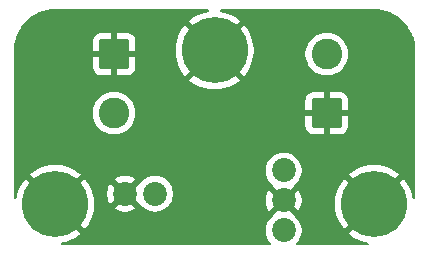
<source format=gbr>
%TF.GenerationSoftware,KiCad,Pcbnew,9.0.0-1.fc41*%
%TF.CreationDate,2025-04-21T01:51:51+02:00*%
%TF.ProjectId,relay_board,72656c61-795f-4626-9f61-72642e6b6963,rev?*%
%TF.SameCoordinates,Original*%
%TF.FileFunction,Copper,L2,Bot*%
%TF.FilePolarity,Positive*%
%FSLAX46Y46*%
G04 Gerber Fmt 4.6, Leading zero omitted, Abs format (unit mm)*
G04 Created by KiCad (PCBNEW 9.0.0-1.fc41) date 2025-04-21 01:51:51*
%MOMM*%
%LPD*%
G01*
G04 APERTURE LIST*
G04 Aperture macros list*
%AMRoundRect*
0 Rectangle with rounded corners*
0 $1 Rounding radius*
0 $2 $3 $4 $5 $6 $7 $8 $9 X,Y pos of 4 corners*
0 Add a 4 corners polygon primitive as box body*
4,1,4,$2,$3,$4,$5,$6,$7,$8,$9,$2,$3,0*
0 Add four circle primitives for the rounded corners*
1,1,$1+$1,$2,$3*
1,1,$1+$1,$4,$5*
1,1,$1+$1,$6,$7*
1,1,$1+$1,$8,$9*
0 Add four rect primitives between the rounded corners*
20,1,$1+$1,$2,$3,$4,$5,0*
20,1,$1+$1,$4,$5,$6,$7,0*
20,1,$1+$1,$6,$7,$8,$9,0*
20,1,$1+$1,$8,$9,$2,$3,0*%
G04 Aperture macros list end*
%TA.AperFunction,ComponentPad*%
%ADD10C,2.020000*%
%TD*%
%TA.AperFunction,ComponentPad*%
%ADD11RoundRect,0.250000X1.050000X-1.050000X1.050000X1.050000X-1.050000X1.050000X-1.050000X-1.050000X0*%
%TD*%
%TA.AperFunction,ComponentPad*%
%ADD12C,2.600000*%
%TD*%
%TA.AperFunction,ComponentPad*%
%ADD13C,5.600000*%
%TD*%
%TA.AperFunction,ComponentPad*%
%ADD14RoundRect,0.250000X-1.050000X1.050000X-1.050000X-1.050000X1.050000X-1.050000X1.050000X1.050000X0*%
%TD*%
%TA.AperFunction,ViaPad*%
%ADD15C,0.600000*%
%TD*%
G04 APERTURE END LIST*
D10*
%TO.P,J2,3*%
%TO.N,/Vcc*%
X153357500Y-82155000D03*
%TO.P,J2,2*%
%TO.N,GND*%
X153357500Y-84695000D03*
%TO.P,J2,1*%
%TO.N,/In*%
X153357500Y-87235000D03*
%TD*%
D11*
%TO.P,J3,1,Pin_1*%
%TO.N,GND*%
X157000000Y-77300000D03*
D12*
%TO.P,J3,2,Pin_2*%
%TO.N,+16V*%
X157000000Y-72300000D03*
%TD*%
D13*
%TO.P,H1,1,1*%
%TO.N,GND*%
X147500000Y-72000000D03*
%TD*%
D14*
%TO.P,J1,1,Pin_1*%
%TO.N,GND*%
X139000000Y-72300000D03*
D12*
%TO.P,J1,2,Pin_2*%
%TO.N,+16V*%
X139000000Y-77300000D03*
%TD*%
D10*
%TO.P,SW1,1*%
%TO.N,GND*%
X139917500Y-84125000D03*
%TO.P,SW1,2*%
%TO.N,/In*%
X142457500Y-84125000D03*
%TD*%
D13*
%TO.P,H2,1,1*%
%TO.N,GND*%
X134000000Y-85000000D03*
%TD*%
%TO.P,H3,1,1*%
%TO.N,GND*%
X161000000Y-85000000D03*
%TD*%
D15*
%TO.N,GND*%
X150800000Y-84600000D03*
X140000000Y-81800000D03*
X139800000Y-86400000D03*
X154000000Y-77400000D03*
X142400000Y-72400000D03*
X163200000Y-77200000D03*
X163000000Y-72000000D03*
X132000000Y-72000000D03*
X132000000Y-80000000D03*
X145000000Y-80000000D03*
X151000000Y-80000000D03*
%TD*%
%TA.AperFunction,Conductor*%
%TO.N,GND*%
G36*
X146985978Y-68520185D02*
G01*
X147031733Y-68572989D01*
X147041677Y-68642147D01*
X147012652Y-68705703D01*
X146953874Y-68743477D01*
X146943130Y-68746117D01*
X146697218Y-68795030D01*
X146697207Y-68795033D01*
X146386921Y-68889157D01*
X146087364Y-69013238D01*
X146087359Y-69013240D01*
X145801419Y-69166079D01*
X145801401Y-69166090D01*
X145531829Y-69346212D01*
X145531815Y-69346222D01*
X145349444Y-69495890D01*
X145349443Y-69495891D01*
X146559301Y-70705748D01*
X146457670Y-70779588D01*
X146279588Y-70957670D01*
X146205748Y-71059301D01*
X144995891Y-69849443D01*
X144995890Y-69849444D01*
X144846222Y-70031815D01*
X144846212Y-70031829D01*
X144666090Y-70301401D01*
X144666079Y-70301419D01*
X144513240Y-70587359D01*
X144513238Y-70587364D01*
X144389157Y-70886921D01*
X144295033Y-71197207D01*
X144295030Y-71197218D01*
X144231782Y-71515198D01*
X144231779Y-71515215D01*
X144200000Y-71837884D01*
X144200000Y-72162115D01*
X144231779Y-72484784D01*
X144231782Y-72484801D01*
X144295030Y-72802781D01*
X144295033Y-72802792D01*
X144389157Y-73113078D01*
X144513238Y-73412635D01*
X144513240Y-73412640D01*
X144666079Y-73698580D01*
X144666090Y-73698598D01*
X144846212Y-73968170D01*
X144846222Y-73968184D01*
X144995890Y-74150554D01*
X144995891Y-74150555D01*
X146205748Y-72940698D01*
X146279588Y-73042330D01*
X146457670Y-73220412D01*
X146559300Y-73294251D01*
X145349443Y-74504107D01*
X145349444Y-74504108D01*
X145531815Y-74653777D01*
X145531829Y-74653787D01*
X145801401Y-74833909D01*
X145801419Y-74833920D01*
X146087359Y-74986759D01*
X146087364Y-74986761D01*
X146386921Y-75110842D01*
X146697207Y-75204966D01*
X146697218Y-75204969D01*
X147015198Y-75268217D01*
X147015215Y-75268220D01*
X147337884Y-75300000D01*
X147662116Y-75300000D01*
X147984784Y-75268220D01*
X147984801Y-75268217D01*
X148302781Y-75204969D01*
X148302792Y-75204966D01*
X148613078Y-75110842D01*
X148912635Y-74986761D01*
X148912640Y-74986759D01*
X149198580Y-74833920D01*
X149198598Y-74833909D01*
X149468170Y-74653787D01*
X149468183Y-74653777D01*
X149650554Y-74504108D01*
X149650554Y-74504107D01*
X148440698Y-73294251D01*
X148542330Y-73220412D01*
X148720412Y-73042330D01*
X148794251Y-72940698D01*
X150004107Y-74150554D01*
X150004108Y-74150554D01*
X150153777Y-73968183D01*
X150153787Y-73968170D01*
X150333909Y-73698598D01*
X150333920Y-73698580D01*
X150486759Y-73412640D01*
X150486761Y-73412635D01*
X150610842Y-73113078D01*
X150704966Y-72802792D01*
X150704969Y-72802781D01*
X150768217Y-72484801D01*
X150768220Y-72484785D01*
X150798042Y-72181995D01*
X155199500Y-72181995D01*
X155199500Y-72418004D01*
X155199501Y-72418020D01*
X155230306Y-72652010D01*
X155291394Y-72879993D01*
X155381714Y-73098045D01*
X155381719Y-73098056D01*
X155452362Y-73220412D01*
X155499727Y-73302450D01*
X155499729Y-73302453D01*
X155499730Y-73302454D01*
X155643406Y-73489697D01*
X155643412Y-73489704D01*
X155810295Y-73656587D01*
X155810302Y-73656593D01*
X155826633Y-73669124D01*
X155997550Y-73800273D01*
X156128918Y-73876118D01*
X156201943Y-73918280D01*
X156201948Y-73918282D01*
X156201951Y-73918284D01*
X156420007Y-74008606D01*
X156647986Y-74069693D01*
X156881989Y-74100500D01*
X156881996Y-74100500D01*
X157118004Y-74100500D01*
X157118011Y-74100500D01*
X157352014Y-74069693D01*
X157579993Y-74008606D01*
X157798049Y-73918284D01*
X158002450Y-73800273D01*
X158189699Y-73656592D01*
X158356592Y-73489699D01*
X158500273Y-73302450D01*
X158618284Y-73098049D01*
X158708606Y-72879993D01*
X158769693Y-72652014D01*
X158800500Y-72418011D01*
X158800500Y-72181989D01*
X158769693Y-71947986D01*
X158708606Y-71720007D01*
X158618284Y-71501951D01*
X158618282Y-71501948D01*
X158618280Y-71501943D01*
X158566355Y-71412007D01*
X158500273Y-71297550D01*
X158356592Y-71110301D01*
X158356587Y-71110295D01*
X158189704Y-70943412D01*
X158189697Y-70943406D01*
X158002454Y-70799730D01*
X158002453Y-70799729D01*
X158002450Y-70799727D01*
X157920957Y-70752677D01*
X157798056Y-70681719D01*
X157798045Y-70681714D01*
X157579993Y-70591394D01*
X157352010Y-70530306D01*
X157118020Y-70499501D01*
X157118017Y-70499500D01*
X157118011Y-70499500D01*
X156881989Y-70499500D01*
X156881983Y-70499500D01*
X156881979Y-70499501D01*
X156647989Y-70530306D01*
X156420006Y-70591394D01*
X156201954Y-70681714D01*
X156201943Y-70681719D01*
X155997545Y-70799730D01*
X155810302Y-70943406D01*
X155810295Y-70943412D01*
X155643412Y-71110295D01*
X155643406Y-71110302D01*
X155499730Y-71297545D01*
X155381719Y-71501943D01*
X155381714Y-71501954D01*
X155291394Y-71720006D01*
X155230306Y-71947989D01*
X155199501Y-72181979D01*
X155199500Y-72181995D01*
X150798042Y-72181995D01*
X150799639Y-72165776D01*
X150799640Y-72165771D01*
X150799640Y-72165767D01*
X150800000Y-72162114D01*
X150800000Y-71837884D01*
X150768220Y-71515215D01*
X150768217Y-71515198D01*
X150704969Y-71197218D01*
X150704966Y-71197207D01*
X150610842Y-70886921D01*
X150486761Y-70587364D01*
X150486759Y-70587359D01*
X150333920Y-70301419D01*
X150333909Y-70301401D01*
X150153787Y-70031829D01*
X150153777Y-70031815D01*
X150004108Y-69849444D01*
X150004107Y-69849443D01*
X148794250Y-71059300D01*
X148720412Y-70957670D01*
X148542330Y-70779588D01*
X148440697Y-70705747D01*
X149650555Y-69495891D01*
X149650554Y-69495890D01*
X149468184Y-69346222D01*
X149468170Y-69346212D01*
X149198598Y-69166090D01*
X149198580Y-69166079D01*
X148912640Y-69013240D01*
X148912635Y-69013238D01*
X148613078Y-68889157D01*
X148302792Y-68795033D01*
X148302781Y-68795030D01*
X148056870Y-68746117D01*
X147994959Y-68713733D01*
X147960385Y-68653017D01*
X147964124Y-68583247D01*
X148004990Y-68526575D01*
X148070008Y-68500994D01*
X148081061Y-68500500D01*
X160934108Y-68500500D01*
X160996949Y-68500500D01*
X161003032Y-68500648D01*
X161336929Y-68517052D01*
X161349037Y-68518245D01*
X161362116Y-68520185D01*
X161676699Y-68566849D01*
X161688617Y-68569219D01*
X162009951Y-68649709D01*
X162021588Y-68653240D01*
X162092806Y-68678722D01*
X162333467Y-68764832D01*
X162344688Y-68769479D01*
X162644163Y-68911120D01*
X162654871Y-68916844D01*
X162815698Y-69013240D01*
X162938988Y-69087137D01*
X162949106Y-69093897D01*
X163215170Y-69291224D01*
X163224576Y-69298944D01*
X163470013Y-69521395D01*
X163478604Y-69529986D01*
X163665755Y-69736475D01*
X163701055Y-69775423D01*
X163708775Y-69784829D01*
X163906102Y-70050893D01*
X163912862Y-70061011D01*
X164041776Y-70276092D01*
X164083148Y-70345116D01*
X164088883Y-70355844D01*
X164198381Y-70587359D01*
X164230514Y-70655297D01*
X164235170Y-70666540D01*
X164346759Y-70978411D01*
X164350292Y-70990055D01*
X164430777Y-71311369D01*
X164433151Y-71323305D01*
X164481754Y-71650962D01*
X164482947Y-71663071D01*
X164499351Y-71996966D01*
X164499500Y-72003051D01*
X164499500Y-84418939D01*
X164479815Y-84485978D01*
X164427011Y-84531733D01*
X164357853Y-84541677D01*
X164294297Y-84512652D01*
X164256523Y-84453874D01*
X164253883Y-84443130D01*
X164204969Y-84197218D01*
X164204966Y-84197207D01*
X164110842Y-83886921D01*
X163986761Y-83587364D01*
X163986759Y-83587359D01*
X163833920Y-83301419D01*
X163833909Y-83301401D01*
X163653787Y-83031829D01*
X163653777Y-83031815D01*
X163504108Y-82849444D01*
X163504107Y-82849443D01*
X162294251Y-84059300D01*
X162220412Y-83957670D01*
X162042330Y-83779588D01*
X161940697Y-83705747D01*
X163150555Y-82495891D01*
X163150554Y-82495890D01*
X162968184Y-82346222D01*
X162968170Y-82346212D01*
X162698598Y-82166090D01*
X162698580Y-82166079D01*
X162412640Y-82013240D01*
X162412635Y-82013238D01*
X162113078Y-81889157D01*
X161802792Y-81795033D01*
X161802781Y-81795030D01*
X161484801Y-81731782D01*
X161484784Y-81731779D01*
X161162116Y-81700000D01*
X160837884Y-81700000D01*
X160515215Y-81731779D01*
X160515198Y-81731782D01*
X160197218Y-81795030D01*
X160197207Y-81795033D01*
X159886921Y-81889157D01*
X159587364Y-82013238D01*
X159587359Y-82013240D01*
X159301419Y-82166079D01*
X159301401Y-82166090D01*
X159031829Y-82346212D01*
X159031815Y-82346222D01*
X158849444Y-82495890D01*
X158849443Y-82495891D01*
X160059301Y-83705748D01*
X159957670Y-83779588D01*
X159779588Y-83957670D01*
X159705748Y-84059301D01*
X158495891Y-82849443D01*
X158495890Y-82849444D01*
X158346222Y-83031815D01*
X158346212Y-83031829D01*
X158166090Y-83301401D01*
X158166079Y-83301419D01*
X158013240Y-83587359D01*
X158013238Y-83587364D01*
X157889157Y-83886921D01*
X157795033Y-84197207D01*
X157795030Y-84197218D01*
X157731782Y-84515198D01*
X157731779Y-84515215D01*
X157700000Y-84837884D01*
X157700000Y-85162115D01*
X157731779Y-85484784D01*
X157731782Y-85484801D01*
X157795030Y-85802781D01*
X157795033Y-85802792D01*
X157889157Y-86113078D01*
X158013238Y-86412635D01*
X158013240Y-86412640D01*
X158166079Y-86698580D01*
X158166090Y-86698598D01*
X158346212Y-86968170D01*
X158346222Y-86968184D01*
X158495890Y-87150554D01*
X158495891Y-87150555D01*
X159705748Y-85940698D01*
X159779588Y-86042330D01*
X159957670Y-86220412D01*
X160059300Y-86294251D01*
X158849443Y-87504107D01*
X158849444Y-87504108D01*
X159031815Y-87653777D01*
X159031829Y-87653787D01*
X159301401Y-87833909D01*
X159301419Y-87833920D01*
X159587359Y-87986759D01*
X159587364Y-87986761D01*
X159886921Y-88110842D01*
X160197207Y-88204966D01*
X160197218Y-88204969D01*
X160443130Y-88253883D01*
X160505041Y-88286267D01*
X160539615Y-88346983D01*
X160535876Y-88416753D01*
X160495010Y-88473425D01*
X160429992Y-88499006D01*
X160418939Y-88499500D01*
X154528532Y-88499500D01*
X154461493Y-88479815D01*
X154415738Y-88427011D01*
X154405794Y-88357853D01*
X154434819Y-88294297D01*
X154440851Y-88287819D01*
X154474787Y-88253883D01*
X154509645Y-88219025D01*
X154649396Y-88026675D01*
X154757335Y-87814831D01*
X154830807Y-87588710D01*
X154857461Y-87420421D01*
X154868000Y-87353884D01*
X154868000Y-87116115D01*
X154830807Y-86881293D01*
X154830807Y-86881290D01*
X154757335Y-86655169D01*
X154649396Y-86443325D01*
X154509645Y-86250975D01*
X154341525Y-86082855D01*
X154284006Y-86041065D01*
X154241342Y-85985736D01*
X154233275Y-85931017D01*
X154233763Y-85924816D01*
X153495074Y-85186128D01*
X153554353Y-85170245D01*
X153670647Y-85103102D01*
X153765602Y-85008147D01*
X153832745Y-84891853D01*
X153848628Y-84832575D01*
X154587317Y-85571264D01*
X154587317Y-85571263D01*
X154648967Y-85486412D01*
X154756870Y-85274641D01*
X154830318Y-85048596D01*
X154830318Y-85048593D01*
X154867231Y-84815544D01*
X154867246Y-84815447D01*
X154867500Y-84813842D01*
X154867500Y-84576154D01*
X154830318Y-84341406D01*
X154830318Y-84341403D01*
X154756870Y-84115358D01*
X154648971Y-83903595D01*
X154648963Y-83903582D01*
X154587318Y-83818735D01*
X154587317Y-83818734D01*
X153848628Y-84557424D01*
X153832745Y-84498147D01*
X153765602Y-84381853D01*
X153670647Y-84286898D01*
X153554353Y-84219755D01*
X153495074Y-84203871D01*
X154233763Y-83465182D01*
X154233275Y-83458980D01*
X154247639Y-83390603D01*
X154284004Y-83348936D01*
X154341525Y-83307145D01*
X154509645Y-83139025D01*
X154649396Y-82946675D01*
X154757335Y-82734831D01*
X154830807Y-82508710D01*
X154847337Y-82404340D01*
X154868000Y-82273884D01*
X154868000Y-82036115D01*
X154830807Y-81801293D01*
X154830807Y-81801290D01*
X154757335Y-81575169D01*
X154649396Y-81363325D01*
X154509645Y-81170975D01*
X154341525Y-81002855D01*
X154149175Y-80863104D01*
X153937331Y-80755165D01*
X153711210Y-80681693D01*
X153711208Y-80681692D01*
X153711206Y-80681692D01*
X153476384Y-80644500D01*
X153476379Y-80644500D01*
X153238621Y-80644500D01*
X153238616Y-80644500D01*
X153003793Y-80681692D01*
X152777666Y-80755166D01*
X152565824Y-80863104D01*
X152456081Y-80942837D01*
X152373475Y-81002855D01*
X152373473Y-81002857D01*
X152373472Y-81002857D01*
X152205357Y-81170972D01*
X152205357Y-81170973D01*
X152205355Y-81170975D01*
X152145337Y-81253581D01*
X152065604Y-81363324D01*
X151957666Y-81575166D01*
X151884192Y-81801293D01*
X151847000Y-82036115D01*
X151847000Y-82273884D01*
X151884192Y-82508706D01*
X151884193Y-82508710D01*
X151957665Y-82734831D01*
X152065604Y-82946675D01*
X152205355Y-83139025D01*
X152373475Y-83307145D01*
X152430988Y-83348931D01*
X152430990Y-83348932D01*
X152473656Y-83404262D01*
X152481723Y-83458978D01*
X152481234Y-83465181D01*
X153219925Y-84203871D01*
X153160647Y-84219755D01*
X153044353Y-84286898D01*
X152949398Y-84381853D01*
X152882255Y-84498147D01*
X152866371Y-84557424D01*
X152127681Y-83818734D01*
X152127680Y-83818735D01*
X152066034Y-83903584D01*
X151958129Y-84115358D01*
X151884681Y-84341403D01*
X151884681Y-84341406D01*
X151847500Y-84576154D01*
X151847500Y-84813845D01*
X151884681Y-85048593D01*
X151884681Y-85048596D01*
X151958129Y-85274641D01*
X152066032Y-85486412D01*
X152127681Y-85571263D01*
X152127682Y-85571264D01*
X152866371Y-84832574D01*
X152882255Y-84891853D01*
X152949398Y-85008147D01*
X153044353Y-85103102D01*
X153160647Y-85170245D01*
X153219925Y-85186128D01*
X152481234Y-85924817D01*
X152481723Y-85931019D01*
X152467359Y-85999397D01*
X152430992Y-86041065D01*
X152373475Y-86082854D01*
X152205357Y-86250972D01*
X152205357Y-86250973D01*
X152205355Y-86250975D01*
X152145337Y-86333581D01*
X152065604Y-86443324D01*
X151957666Y-86655166D01*
X151884192Y-86881293D01*
X151847000Y-87116115D01*
X151847000Y-87353884D01*
X151884192Y-87588706D01*
X151884193Y-87588710D01*
X151957665Y-87814831D01*
X152065604Y-88026675D01*
X152205355Y-88219025D01*
X152205357Y-88219027D01*
X152274149Y-88287819D01*
X152307634Y-88349142D01*
X152302650Y-88418834D01*
X152260778Y-88474767D01*
X152195314Y-88499184D01*
X152186468Y-88499500D01*
X134581061Y-88499500D01*
X134514022Y-88479815D01*
X134468267Y-88427011D01*
X134458323Y-88357853D01*
X134487348Y-88294297D01*
X134546126Y-88256523D01*
X134556870Y-88253883D01*
X134802781Y-88204969D01*
X134802792Y-88204966D01*
X135113078Y-88110842D01*
X135412635Y-87986761D01*
X135412640Y-87986759D01*
X135698580Y-87833920D01*
X135698598Y-87833909D01*
X135968170Y-87653787D01*
X135968183Y-87653777D01*
X136150554Y-87504108D01*
X136150554Y-87504107D01*
X134940698Y-86294251D01*
X135042330Y-86220412D01*
X135220412Y-86042330D01*
X135294251Y-85940698D01*
X136504107Y-87150554D01*
X136504108Y-87150554D01*
X136653777Y-86968183D01*
X136653787Y-86968170D01*
X136833909Y-86698598D01*
X136833920Y-86698580D01*
X136986759Y-86412640D01*
X136986761Y-86412635D01*
X137110842Y-86113078D01*
X137204966Y-85802792D01*
X137204969Y-85802781D01*
X137268217Y-85484801D01*
X137268220Y-85484785D01*
X137286872Y-85295404D01*
X137300000Y-85162115D01*
X137300000Y-84837884D01*
X137268220Y-84515215D01*
X137268217Y-84515198D01*
X137204969Y-84197218D01*
X137204966Y-84197207D01*
X137156454Y-84037283D01*
X137147011Y-84006154D01*
X138407500Y-84006154D01*
X138407500Y-84243845D01*
X138444681Y-84478593D01*
X138444681Y-84478596D01*
X138518129Y-84704641D01*
X138626032Y-84916412D01*
X138687681Y-85001263D01*
X138687682Y-85001264D01*
X139426371Y-84262574D01*
X139442255Y-84321853D01*
X139509398Y-84438147D01*
X139604353Y-84533102D01*
X139720647Y-84600245D01*
X139779925Y-84616128D01*
X139041234Y-85354817D01*
X139041235Y-85354818D01*
X139126082Y-85416463D01*
X139126095Y-85416471D01*
X139337858Y-85524370D01*
X139563905Y-85597818D01*
X139798655Y-85635000D01*
X140036345Y-85635000D01*
X140271093Y-85597818D01*
X140271096Y-85597818D01*
X140497141Y-85524370D01*
X140708912Y-85416467D01*
X140793763Y-85354817D01*
X140055074Y-84616128D01*
X140114353Y-84600245D01*
X140230647Y-84533102D01*
X140325602Y-84438147D01*
X140392745Y-84321853D01*
X140408628Y-84262575D01*
X141147316Y-85001263D01*
X141153517Y-85000775D01*
X141221895Y-85015139D01*
X141263564Y-85051505D01*
X141305355Y-85109025D01*
X141473475Y-85277145D01*
X141665825Y-85416896D01*
X141877669Y-85524835D01*
X142103790Y-85598307D01*
X142191851Y-85612254D01*
X142338616Y-85635500D01*
X142338621Y-85635500D01*
X142576384Y-85635500D01*
X142710946Y-85614187D01*
X142811210Y-85598307D01*
X143037331Y-85524835D01*
X143249175Y-85416896D01*
X143441525Y-85277145D01*
X143609645Y-85109025D01*
X143749396Y-84916675D01*
X143857335Y-84704831D01*
X143930807Y-84478710D01*
X143952547Y-84341446D01*
X143968000Y-84243884D01*
X143968000Y-84006115D01*
X143932121Y-83779588D01*
X143930807Y-83771290D01*
X143857335Y-83545169D01*
X143749396Y-83333325D01*
X143609645Y-83140975D01*
X143441525Y-82972855D01*
X143249175Y-82833104D01*
X143037331Y-82725165D01*
X142811210Y-82651693D01*
X142811208Y-82651692D01*
X142811206Y-82651692D01*
X142576384Y-82614500D01*
X142576379Y-82614500D01*
X142338621Y-82614500D01*
X142338616Y-82614500D01*
X142103793Y-82651692D01*
X141877666Y-82725166D01*
X141665824Y-82833104D01*
X141580382Y-82895182D01*
X141473475Y-82972855D01*
X141473473Y-82972857D01*
X141473472Y-82972857D01*
X141305354Y-83140975D01*
X141263565Y-83198492D01*
X141208234Y-83241157D01*
X141153519Y-83249223D01*
X141147317Y-83248734D01*
X140408628Y-83987424D01*
X140392745Y-83928147D01*
X140325602Y-83811853D01*
X140230647Y-83716898D01*
X140114353Y-83649755D01*
X140055075Y-83633871D01*
X140793764Y-82895182D01*
X140793763Y-82895181D01*
X140708912Y-82833532D01*
X140497141Y-82725629D01*
X140271094Y-82652181D01*
X140036345Y-82615000D01*
X139798655Y-82615000D01*
X139563906Y-82652181D01*
X139563903Y-82652181D01*
X139337858Y-82725629D01*
X139126084Y-82833534D01*
X139041235Y-82895180D01*
X139041234Y-82895181D01*
X139779925Y-83633871D01*
X139720647Y-83649755D01*
X139604353Y-83716898D01*
X139509398Y-83811853D01*
X139442255Y-83928147D01*
X139426371Y-83987424D01*
X138687681Y-83248734D01*
X138687680Y-83248735D01*
X138626034Y-83333584D01*
X138518129Y-83545358D01*
X138444681Y-83771403D01*
X138444681Y-83771406D01*
X138407500Y-84006154D01*
X137147011Y-84006154D01*
X137110842Y-83886921D01*
X136986761Y-83587364D01*
X136986759Y-83587359D01*
X136833920Y-83301419D01*
X136833909Y-83301401D01*
X136653787Y-83031829D01*
X136653776Y-83031814D01*
X136644989Y-83021107D01*
X136644988Y-83021106D01*
X136504107Y-82849443D01*
X135294250Y-84059300D01*
X135220412Y-83957670D01*
X135042330Y-83779588D01*
X134940697Y-83705747D01*
X136150555Y-82495891D01*
X136150554Y-82495890D01*
X135968184Y-82346222D01*
X135968170Y-82346212D01*
X135698598Y-82166090D01*
X135698580Y-82166079D01*
X135650925Y-82140607D01*
X135412640Y-82013240D01*
X135412635Y-82013238D01*
X135113078Y-81889157D01*
X134802792Y-81795033D01*
X134802781Y-81795030D01*
X134484801Y-81731782D01*
X134484784Y-81731779D01*
X134162116Y-81700000D01*
X133837884Y-81700000D01*
X133515215Y-81731779D01*
X133515198Y-81731782D01*
X133197218Y-81795030D01*
X133197207Y-81795033D01*
X132886921Y-81889157D01*
X132587364Y-82013238D01*
X132587359Y-82013240D01*
X132301419Y-82166079D01*
X132301401Y-82166090D01*
X132031829Y-82346212D01*
X132031815Y-82346222D01*
X131849444Y-82495890D01*
X131849443Y-82495891D01*
X133059301Y-83705748D01*
X132957670Y-83779588D01*
X132779588Y-83957670D01*
X132705748Y-84059301D01*
X131495891Y-82849443D01*
X131495890Y-82849444D01*
X131346222Y-83031815D01*
X131346212Y-83031829D01*
X131166090Y-83301401D01*
X131166079Y-83301419D01*
X131013240Y-83587359D01*
X131013238Y-83587364D01*
X130889157Y-83886921D01*
X130795033Y-84197207D01*
X130795030Y-84197218D01*
X130746117Y-84443130D01*
X130713733Y-84505041D01*
X130653017Y-84539615D01*
X130583247Y-84535876D01*
X130526575Y-84495010D01*
X130500994Y-84429992D01*
X130500500Y-84418939D01*
X130500500Y-77181995D01*
X137199500Y-77181995D01*
X137199500Y-77418004D01*
X137199501Y-77418020D01*
X137230306Y-77652010D01*
X137291394Y-77879993D01*
X137381714Y-78098045D01*
X137381719Y-78098056D01*
X137452677Y-78220957D01*
X137499727Y-78302450D01*
X137499729Y-78302453D01*
X137499730Y-78302454D01*
X137643406Y-78489697D01*
X137643412Y-78489704D01*
X137810295Y-78656587D01*
X137810302Y-78656593D01*
X137826633Y-78669124D01*
X137997550Y-78800273D01*
X138128918Y-78876118D01*
X138201943Y-78918280D01*
X138201948Y-78918282D01*
X138201951Y-78918284D01*
X138420007Y-79008606D01*
X138647986Y-79069693D01*
X138881989Y-79100500D01*
X138881996Y-79100500D01*
X139118004Y-79100500D01*
X139118011Y-79100500D01*
X139352014Y-79069693D01*
X139579993Y-79008606D01*
X139798049Y-78918284D01*
X140002450Y-78800273D01*
X140189699Y-78656592D01*
X140356592Y-78489699D01*
X140500273Y-78302450D01*
X140618284Y-78098049D01*
X140708606Y-77879993D01*
X140769693Y-77652014D01*
X140800500Y-77418011D01*
X140800500Y-77181989D01*
X140769693Y-76947986D01*
X140708606Y-76720007D01*
X140618284Y-76501951D01*
X140618282Y-76501948D01*
X140618280Y-76501943D01*
X140562510Y-76405348D01*
X140500273Y-76297550D01*
X140425442Y-76200028D01*
X140425430Y-76200013D01*
X155200000Y-76200013D01*
X155200000Y-77050000D01*
X156399999Y-77050000D01*
X156374979Y-77110402D01*
X156350000Y-77235981D01*
X156350000Y-77364019D01*
X156374979Y-77489598D01*
X156399999Y-77550000D01*
X155200001Y-77550000D01*
X155200001Y-78399986D01*
X155210494Y-78502697D01*
X155265641Y-78669119D01*
X155265643Y-78669124D01*
X155357684Y-78818345D01*
X155481654Y-78942315D01*
X155630875Y-79034356D01*
X155630880Y-79034358D01*
X155797302Y-79089505D01*
X155797309Y-79089506D01*
X155900019Y-79099999D01*
X156749999Y-79099999D01*
X156750000Y-79099998D01*
X156750000Y-77900001D01*
X156810402Y-77925021D01*
X156935981Y-77950000D01*
X157064019Y-77950000D01*
X157189598Y-77925021D01*
X157250000Y-77900001D01*
X157250000Y-79099999D01*
X158099972Y-79099999D01*
X158099986Y-79099998D01*
X158202697Y-79089505D01*
X158369119Y-79034358D01*
X158369124Y-79034356D01*
X158518345Y-78942315D01*
X158642315Y-78818345D01*
X158734356Y-78669124D01*
X158734358Y-78669119D01*
X158789505Y-78502697D01*
X158789506Y-78502690D01*
X158799999Y-78399986D01*
X158800000Y-78399973D01*
X158800000Y-77550000D01*
X157600001Y-77550000D01*
X157625021Y-77489598D01*
X157650000Y-77364019D01*
X157650000Y-77235981D01*
X157625021Y-77110402D01*
X157600001Y-77050000D01*
X158799999Y-77050000D01*
X158799999Y-76200028D01*
X158799998Y-76200013D01*
X158789505Y-76097302D01*
X158734358Y-75930880D01*
X158734356Y-75930875D01*
X158642315Y-75781654D01*
X158518345Y-75657684D01*
X158369124Y-75565643D01*
X158369119Y-75565641D01*
X158202697Y-75510494D01*
X158202690Y-75510493D01*
X158099986Y-75500000D01*
X157250000Y-75500000D01*
X157250000Y-76699998D01*
X157189598Y-76674979D01*
X157064019Y-76650000D01*
X156935981Y-76650000D01*
X156810402Y-76674979D01*
X156750000Y-76699998D01*
X156750000Y-75500000D01*
X155900028Y-75500000D01*
X155900012Y-75500001D01*
X155797302Y-75510494D01*
X155630880Y-75565641D01*
X155630875Y-75565643D01*
X155481654Y-75657684D01*
X155357684Y-75781654D01*
X155265643Y-75930875D01*
X155265641Y-75930880D01*
X155210494Y-76097302D01*
X155210493Y-76097309D01*
X155200000Y-76200013D01*
X140425430Y-76200013D01*
X140356593Y-76110302D01*
X140356587Y-76110295D01*
X140189704Y-75943412D01*
X140189697Y-75943406D01*
X140002454Y-75799730D01*
X140002453Y-75799729D01*
X140002450Y-75799727D01*
X139920957Y-75752677D01*
X139798056Y-75681719D01*
X139798045Y-75681714D01*
X139579993Y-75591394D01*
X139352010Y-75530306D01*
X139118020Y-75499501D01*
X139118017Y-75499500D01*
X139118011Y-75499500D01*
X138881989Y-75499500D01*
X138881983Y-75499500D01*
X138881979Y-75499501D01*
X138647989Y-75530306D01*
X138420006Y-75591394D01*
X138201954Y-75681714D01*
X138201943Y-75681719D01*
X137997545Y-75799730D01*
X137810302Y-75943406D01*
X137810295Y-75943412D01*
X137643412Y-76110295D01*
X137643406Y-76110302D01*
X137499730Y-76297545D01*
X137381719Y-76501943D01*
X137381714Y-76501954D01*
X137291394Y-76720006D01*
X137230306Y-76947989D01*
X137199501Y-77181979D01*
X137199500Y-77181995D01*
X130500500Y-77181995D01*
X130500500Y-72003051D01*
X130500649Y-71996967D01*
X130517052Y-71663072D01*
X130518245Y-71650962D01*
X130540350Y-71501943D01*
X130566849Y-71323296D01*
X130569219Y-71311382D01*
X130597115Y-71200013D01*
X137200000Y-71200013D01*
X137200000Y-72050000D01*
X138399999Y-72050000D01*
X138374979Y-72110402D01*
X138350000Y-72235981D01*
X138350000Y-72364019D01*
X138374979Y-72489598D01*
X138399999Y-72550000D01*
X137200001Y-72550000D01*
X137200001Y-73399986D01*
X137210494Y-73502697D01*
X137265641Y-73669119D01*
X137265643Y-73669124D01*
X137357684Y-73818345D01*
X137481654Y-73942315D01*
X137630875Y-74034356D01*
X137630880Y-74034358D01*
X137797302Y-74089505D01*
X137797309Y-74089506D01*
X137900019Y-74099999D01*
X138749999Y-74099999D01*
X138750000Y-74099998D01*
X138750000Y-72900001D01*
X138810402Y-72925021D01*
X138935981Y-72950000D01*
X139064019Y-72950000D01*
X139189598Y-72925021D01*
X139250000Y-72900001D01*
X139250000Y-74099999D01*
X140099972Y-74099999D01*
X140099986Y-74099998D01*
X140202697Y-74089505D01*
X140369119Y-74034358D01*
X140369124Y-74034356D01*
X140518345Y-73942315D01*
X140642315Y-73818345D01*
X140734356Y-73669124D01*
X140734358Y-73669119D01*
X140789505Y-73502697D01*
X140789506Y-73502690D01*
X140799999Y-73399986D01*
X140800000Y-73399973D01*
X140800000Y-72550000D01*
X139600001Y-72550000D01*
X139625021Y-72489598D01*
X139650000Y-72364019D01*
X139650000Y-72235981D01*
X139625021Y-72110402D01*
X139600001Y-72050000D01*
X140799999Y-72050000D01*
X140799999Y-71200028D01*
X140799998Y-71200013D01*
X140789505Y-71097302D01*
X140734358Y-70930880D01*
X140734356Y-70930875D01*
X140642315Y-70781654D01*
X140518345Y-70657684D01*
X140369124Y-70565643D01*
X140369119Y-70565641D01*
X140202697Y-70510494D01*
X140202690Y-70510493D01*
X140099986Y-70500000D01*
X139250000Y-70500000D01*
X139250000Y-71699998D01*
X139189598Y-71674979D01*
X139064019Y-71650000D01*
X138935981Y-71650000D01*
X138810402Y-71674979D01*
X138750000Y-71699998D01*
X138750000Y-70500000D01*
X137900028Y-70500000D01*
X137900012Y-70500001D01*
X137797302Y-70510494D01*
X137630880Y-70565641D01*
X137630875Y-70565643D01*
X137481654Y-70657684D01*
X137357684Y-70781654D01*
X137265643Y-70930875D01*
X137265641Y-70930880D01*
X137210494Y-71097302D01*
X137210493Y-71097309D01*
X137200000Y-71200013D01*
X130597115Y-71200013D01*
X130649710Y-70990043D01*
X130653240Y-70978411D01*
X130717173Y-70799730D01*
X130764835Y-70666525D01*
X130769476Y-70655318D01*
X130911124Y-70355828D01*
X130916840Y-70345136D01*
X131087145Y-70060998D01*
X131093888Y-70050905D01*
X131291232Y-69784818D01*
X131298935Y-69775433D01*
X131521405Y-69529975D01*
X131529975Y-69521405D01*
X131775433Y-69298935D01*
X131784818Y-69291232D01*
X132050905Y-69093888D01*
X132060998Y-69087145D01*
X132345136Y-68916840D01*
X132355828Y-68911124D01*
X132655318Y-68769476D01*
X132666525Y-68764835D01*
X132978412Y-68653239D01*
X132990043Y-68649710D01*
X133311385Y-68569218D01*
X133323296Y-68566849D01*
X133650962Y-68518244D01*
X133663068Y-68517052D01*
X133996967Y-68500648D01*
X134003051Y-68500500D01*
X134065892Y-68500500D01*
X146918939Y-68500500D01*
X146985978Y-68520185D01*
G37*
%TD.AperFunction*%
%TD*%
M02*

</source>
